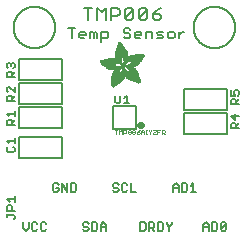
<source format=gbr>
G04 EAGLE Gerber RS-274X export*
G75*
%MOMM*%
%FSLAX34Y34*%
%LPD*%
%INSilkscreen Top*%
%IPPOS*%
%AMOC8*
5,1,8,0,0,1.08239X$1,22.5*%
G01*
%ADD10C,0.203200*%
%ADD11C,0.152400*%
%ADD12C,0.127000*%
%ADD13C,0.304800*%
%ADD14C,0.050800*%
%ADD15R,0.006300X0.050800*%
%ADD16R,0.006400X0.082600*%
%ADD17R,0.006300X0.120600*%
%ADD18R,0.006400X0.139700*%
%ADD19R,0.006300X0.158800*%
%ADD20R,0.006400X0.177800*%
%ADD21R,0.006300X0.196800*%
%ADD22R,0.006400X0.215900*%
%ADD23R,0.006300X0.228600*%
%ADD24R,0.006400X0.241300*%
%ADD25R,0.006300X0.254000*%
%ADD26R,0.006400X0.266700*%
%ADD27R,0.006300X0.279400*%
%ADD28R,0.006400X0.285700*%
%ADD29R,0.006300X0.298400*%
%ADD30R,0.006400X0.311200*%
%ADD31R,0.006300X0.317500*%
%ADD32R,0.006400X0.330200*%
%ADD33R,0.006300X0.336600*%
%ADD34R,0.006400X0.349200*%
%ADD35R,0.006300X0.361900*%
%ADD36R,0.006400X0.368300*%
%ADD37R,0.006300X0.381000*%
%ADD38R,0.006400X0.387300*%
%ADD39R,0.006300X0.393700*%
%ADD40R,0.006400X0.406400*%
%ADD41R,0.006300X0.412700*%
%ADD42R,0.006400X0.419100*%
%ADD43R,0.006300X0.431800*%
%ADD44R,0.006400X0.438100*%
%ADD45R,0.006300X0.450800*%
%ADD46R,0.006400X0.457200*%
%ADD47R,0.006300X0.463500*%
%ADD48R,0.006400X0.476200*%
%ADD49R,0.006300X0.482600*%
%ADD50R,0.006400X0.488900*%
%ADD51R,0.006300X0.501600*%
%ADD52R,0.006400X0.508000*%
%ADD53R,0.006300X0.514300*%
%ADD54R,0.006400X0.527000*%
%ADD55R,0.006300X0.533400*%
%ADD56R,0.006400X0.546100*%
%ADD57R,0.006300X0.552400*%
%ADD58R,0.006400X0.558800*%
%ADD59R,0.006300X0.571500*%
%ADD60R,0.006400X0.577800*%
%ADD61R,0.006300X0.584200*%
%ADD62R,0.006400X0.596900*%
%ADD63R,0.006300X0.603200*%
%ADD64R,0.006400X0.609600*%
%ADD65R,0.006300X0.622300*%
%ADD66R,0.006400X0.628600*%
%ADD67R,0.006300X0.641300*%
%ADD68R,0.006400X0.647700*%
%ADD69R,0.006300X0.063500*%
%ADD70R,0.006300X0.654000*%
%ADD71R,0.006400X0.101600*%
%ADD72R,0.006400X0.666700*%
%ADD73R,0.006300X0.139700*%
%ADD74R,0.006300X0.673100*%
%ADD75R,0.006400X0.165100*%
%ADD76R,0.006400X0.679400*%
%ADD77R,0.006300X0.196900*%
%ADD78R,0.006300X0.692100*%
%ADD79R,0.006400X0.222200*%
%ADD80R,0.006400X0.698500*%
%ADD81R,0.006300X0.247700*%
%ADD82R,0.006300X0.704800*%
%ADD83R,0.006400X0.279400*%
%ADD84R,0.006400X0.717500*%
%ADD85R,0.006300X0.298500*%
%ADD86R,0.006300X0.723900*%
%ADD87R,0.006400X0.736600*%
%ADD88R,0.006300X0.342900*%
%ADD89R,0.006300X0.742900*%
%ADD90R,0.006400X0.374700*%
%ADD91R,0.006400X0.749300*%
%ADD92R,0.006300X0.762000*%
%ADD93R,0.006400X0.412700*%
%ADD94R,0.006400X0.768300*%
%ADD95R,0.006300X0.438100*%
%ADD96R,0.006300X0.774700*%
%ADD97R,0.006400X0.463600*%
%ADD98R,0.006400X0.787400*%
%ADD99R,0.006300X0.793700*%
%ADD100R,0.006400X0.495300*%
%ADD101R,0.006400X0.800100*%
%ADD102R,0.006300X0.520700*%
%ADD103R,0.006300X0.812800*%
%ADD104R,0.006400X0.533400*%
%ADD105R,0.006400X0.819100*%
%ADD106R,0.006300X0.558800*%
%ADD107R,0.006300X0.825500*%
%ADD108R,0.006400X0.577900*%
%ADD109R,0.006400X0.831800*%
%ADD110R,0.006300X0.596900*%
%ADD111R,0.006300X0.844500*%
%ADD112R,0.006400X0.616000*%
%ADD113R,0.006400X0.850900*%
%ADD114R,0.006300X0.635000*%
%ADD115R,0.006300X0.857200*%
%ADD116R,0.006400X0.654100*%
%ADD117R,0.006400X0.863600*%
%ADD118R,0.006300X0.666700*%
%ADD119R,0.006300X0.869900*%
%ADD120R,0.006400X0.685800*%
%ADD121R,0.006400X0.876300*%
%ADD122R,0.006300X0.882600*%
%ADD123R,0.006400X0.723900*%
%ADD124R,0.006400X0.889000*%
%ADD125R,0.006300X0.895300*%
%ADD126R,0.006400X0.755700*%
%ADD127R,0.006400X0.901700*%
%ADD128R,0.006300X0.908000*%
%ADD129R,0.006400X0.793800*%
%ADD130R,0.006400X0.914400*%
%ADD131R,0.006300X0.806400*%
%ADD132R,0.006300X0.920700*%
%ADD133R,0.006400X0.825500*%
%ADD134R,0.006400X0.927100*%
%ADD135R,0.006300X0.933400*%
%ADD136R,0.006400X0.857300*%
%ADD137R,0.006400X0.939800*%
%ADD138R,0.006300X0.870000*%
%ADD139R,0.006300X0.939800*%
%ADD140R,0.006400X0.946100*%
%ADD141R,0.006300X0.952500*%
%ADD142R,0.006400X0.908000*%
%ADD143R,0.006400X0.958800*%
%ADD144R,0.006300X0.965200*%
%ADD145R,0.006400X0.965200*%
%ADD146R,0.006300X0.971500*%
%ADD147R,0.006400X0.952500*%
%ADD148R,0.006400X0.977900*%
%ADD149R,0.006300X0.958800*%
%ADD150R,0.006300X0.984200*%
%ADD151R,0.006400X0.971500*%
%ADD152R,0.006400X0.984200*%
%ADD153R,0.006300X0.990600*%
%ADD154R,0.006400X0.984300*%
%ADD155R,0.006400X0.996900*%
%ADD156R,0.006300X0.997000*%
%ADD157R,0.006300X0.996900*%
%ADD158R,0.006400X1.003300*%
%ADD159R,0.006300X1.016000*%
%ADD160R,0.006300X1.009600*%
%ADD161R,0.006400X1.016000*%
%ADD162R,0.006400X1.009600*%
%ADD163R,0.006300X1.022300*%
%ADD164R,0.006400X1.028700*%
%ADD165R,0.006300X1.035100*%
%ADD166R,0.006400X1.047800*%
%ADD167R,0.006300X1.054100*%
%ADD168R,0.006300X1.028700*%
%ADD169R,0.006400X1.054100*%
%ADD170R,0.006400X1.035000*%
%ADD171R,0.006300X1.060400*%
%ADD172R,0.006300X1.035000*%
%ADD173R,0.006400X1.060500*%
%ADD174R,0.006400X1.041400*%
%ADD175R,0.006300X1.066800*%
%ADD176R,0.006300X1.041400*%
%ADD177R,0.006400X1.079500*%
%ADD178R,0.006400X1.047700*%
%ADD179R,0.006300X1.085900*%
%ADD180R,0.006300X1.047700*%
%ADD181R,0.006400X1.085800*%
%ADD182R,0.006300X1.092200*%
%ADD183R,0.006400X1.085900*%
%ADD184R,0.006300X1.098600*%
%ADD185R,0.006400X1.098600*%
%ADD186R,0.006400X1.060400*%
%ADD187R,0.006300X1.104900*%
%ADD188R,0.006400X1.104900*%
%ADD189R,0.006400X1.066800*%
%ADD190R,0.006300X1.111200*%
%ADD191R,0.006400X1.117600*%
%ADD192R,0.006300X1.117600*%
%ADD193R,0.006300X1.073100*%
%ADD194R,0.006400X1.073100*%
%ADD195R,0.006300X1.124000*%
%ADD196R,0.006300X1.079500*%
%ADD197R,0.006400X1.123900*%
%ADD198R,0.006300X1.130300*%
%ADD199R,0.006400X1.130300*%
%ADD200R,0.006400X1.136700*%
%ADD201R,0.006300X1.136700*%
%ADD202R,0.006300X1.085800*%
%ADD203R,0.006400X1.136600*%
%ADD204R,0.006300X1.136600*%
%ADD205R,0.006400X1.143000*%
%ADD206R,0.006300X1.143000*%
%ADD207R,0.006300X1.149400*%
%ADD208R,0.006300X1.149300*%
%ADD209R,0.006400X1.149300*%
%ADD210R,0.006400X1.149400*%
%ADD211R,0.006400X1.155700*%
%ADD212R,0.006300X1.155700*%
%ADD213R,0.006300X1.060500*%
%ADD214R,0.006400X2.197100*%
%ADD215R,0.006300X2.197100*%
%ADD216R,0.006300X2.184400*%
%ADD217R,0.006400X2.184400*%
%ADD218R,0.006400X2.171700*%
%ADD219R,0.006300X2.171700*%
%ADD220R,0.006400X1.530300*%
%ADD221R,0.006300X1.505000*%
%ADD222R,0.006400X1.492300*%
%ADD223R,0.006300X1.485900*%
%ADD224R,0.006300X0.565200*%
%ADD225R,0.006400X1.473200*%
%ADD226R,0.006400X0.565200*%
%ADD227R,0.006300X1.460500*%
%ADD228R,0.006400X1.454100*%
%ADD229R,0.006400X0.552400*%
%ADD230R,0.006300X1.441500*%
%ADD231R,0.006300X0.546100*%
%ADD232R,0.006400X1.435100*%
%ADD233R,0.006400X0.539800*%
%ADD234R,0.006300X1.428800*%
%ADD235R,0.006400X1.422400*%
%ADD236R,0.006300X1.409700*%
%ADD237R,0.006300X0.527100*%
%ADD238R,0.006400X1.403300*%
%ADD239R,0.006400X0.527100*%
%ADD240R,0.006300X1.390700*%
%ADD241R,0.006400X1.384300*%
%ADD242R,0.006400X0.520700*%
%ADD243R,0.006300X1.384300*%
%ADD244R,0.006300X0.514400*%
%ADD245R,0.006400X1.371600*%
%ADD246R,0.006300X1.365200*%
%ADD247R,0.006300X0.508000*%
%ADD248R,0.006400X1.352600*%
%ADD249R,0.006400X0.501700*%
%ADD250R,0.006300X0.711200*%
%ADD251R,0.006300X0.603300*%
%ADD252R,0.006300X0.501700*%
%ADD253R,0.006400X0.692100*%
%ADD254R,0.006400X0.571500*%
%ADD255R,0.006300X0.679400*%
%ADD256R,0.006300X0.495300*%
%ADD257R,0.006400X0.673100*%
%ADD258R,0.006300X0.666800*%
%ADD259R,0.006300X0.488900*%
%ADD260R,0.006400X0.660400*%
%ADD261R,0.006400X0.482600*%
%ADD262R,0.006300X0.476200*%
%ADD263R,0.006400X0.654000*%
%ADD264R,0.006400X0.469900*%
%ADD265R,0.006400X0.476300*%
%ADD266R,0.006300X0.647700*%
%ADD267R,0.006300X0.457200*%
%ADD268R,0.006300X0.469900*%
%ADD269R,0.006400X0.641300*%
%ADD270R,0.006400X0.444500*%
%ADD271R,0.006300X0.463600*%
%ADD272R,0.006400X0.635000*%
%ADD273R,0.006400X0.463500*%
%ADD274R,0.006400X0.393700*%
%ADD275R,0.006400X0.450800*%
%ADD276R,0.006300X0.628600*%
%ADD277R,0.006300X0.387400*%
%ADD278R,0.006300X0.450900*%
%ADD279R,0.006400X0.628700*%
%ADD280R,0.006400X0.374600*%
%ADD281R,0.006300X0.368300*%
%ADD282R,0.006300X0.438200*%
%ADD283R,0.006400X0.622300*%
%ADD284R,0.006400X0.355600*%
%ADD285R,0.006400X0.431800*%
%ADD286R,0.006300X0.349300*%
%ADD287R,0.006300X0.425400*%
%ADD288R,0.006300X0.615900*%
%ADD289R,0.006300X0.330200*%
%ADD290R,0.006300X0.419100*%
%ADD291R,0.006300X0.616000*%
%ADD292R,0.006300X0.311200*%
%ADD293R,0.006300X0.406400*%
%ADD294R,0.006400X0.615900*%
%ADD295R,0.006400X0.304800*%
%ADD296R,0.006400X0.158800*%
%ADD297R,0.006300X0.609600*%
%ADD298R,0.006300X0.292100*%
%ADD299R,0.006300X0.235000*%
%ADD300R,0.006400X0.387400*%
%ADD301R,0.006400X0.292100*%
%ADD302R,0.006300X0.336500*%
%ADD303R,0.006300X0.260400*%
%ADD304R,0.006400X0.603300*%
%ADD305R,0.006400X0.260400*%
%ADD306R,0.006400X0.362000*%
%ADD307R,0.006400X0.450900*%
%ADD308R,0.006300X0.355600*%
%ADD309R,0.006400X0.342900*%
%ADD310R,0.006400X0.514300*%
%ADD311R,0.006300X0.234900*%
%ADD312R,0.006300X0.539700*%
%ADD313R,0.006400X0.603200*%
%ADD314R,0.006400X0.234900*%
%ADD315R,0.006400X0.920700*%
%ADD316R,0.006400X0.958900*%
%ADD317R,0.006300X0.215900*%
%ADD318R,0.006400X0.209600*%
%ADD319R,0.006300X0.203200*%
%ADD320R,0.006300X1.003300*%
%ADD321R,0.006400X0.203200*%
%ADD322R,0.006400X0.196900*%
%ADD323R,0.006300X0.190500*%
%ADD324R,0.006400X0.190500*%
%ADD325R,0.006300X0.184200*%
%ADD326R,0.006400X0.590500*%
%ADD327R,0.006400X0.184200*%
%ADD328R,0.006300X0.590500*%
%ADD329R,0.006300X0.177800*%
%ADD330R,0.006400X0.584200*%
%ADD331R,0.006400X1.168400*%
%ADD332R,0.006300X0.171500*%
%ADD333R,0.006300X1.187500*%
%ADD334R,0.006400X1.200100*%
%ADD335R,0.006300X0.577800*%
%ADD336R,0.006300X1.212900*%
%ADD337R,0.006400X1.231900*%
%ADD338R,0.006300X1.250900*%
%ADD339R,0.006400X0.565100*%
%ADD340R,0.006400X0.184100*%
%ADD341R,0.006400X1.263700*%
%ADD342R,0.006300X0.565100*%
%ADD343R,0.006300X1.289100*%
%ADD344R,0.006400X1.314400*%
%ADD345R,0.006300X0.552500*%
%ADD346R,0.006300X1.568500*%
%ADD347R,0.006400X0.552500*%
%ADD348R,0.006400X1.581200*%
%ADD349R,0.006300X1.593800*%
%ADD350R,0.006400X1.606500*%
%ADD351R,0.006300X1.619300*%
%ADD352R,0.006400X0.514400*%
%ADD353R,0.006400X1.638300*%
%ADD354R,0.006300X1.657300*%
%ADD355R,0.006400X2.209800*%
%ADD356R,0.006300X2.425700*%
%ADD357R,0.006400X2.470100*%
%ADD358R,0.006300X2.501900*%
%ADD359R,0.006400X2.533700*%
%ADD360R,0.006300X2.559000*%
%ADD361R,0.006400X2.584500*%
%ADD362R,0.006300X2.609900*%
%ADD363R,0.006400X2.628900*%
%ADD364R,0.006300X2.660600*%
%ADD365R,0.006400X2.673400*%
%ADD366R,0.006300X1.422400*%
%ADD367R,0.006300X1.200200*%
%ADD368R,0.006300X1.365300*%
%ADD369R,0.006400X1.365300*%
%ADD370R,0.006300X1.352500*%
%ADD371R,0.006300X1.098500*%
%ADD372R,0.006400X1.358900*%
%ADD373R,0.006300X1.352600*%
%ADD374R,0.006300X1.358900*%
%ADD375R,0.006300X1.371600*%
%ADD376R,0.006400X1.377900*%
%ADD377R,0.006400X1.397000*%
%ADD378R,0.006300X1.403300*%
%ADD379R,0.006300X0.914400*%
%ADD380R,0.006300X0.876300*%
%ADD381R,0.006300X0.374600*%
%ADD382R,0.006400X1.073200*%
%ADD383R,0.006300X0.374700*%
%ADD384R,0.006400X0.844600*%
%ADD385R,0.006300X0.844600*%
%ADD386R,0.006400X0.831900*%
%ADD387R,0.006400X1.092200*%
%ADD388R,0.006300X0.400000*%
%ADD389R,0.006400X0.819200*%
%ADD390R,0.006400X1.111300*%
%ADD391R,0.006400X0.812800*%
%ADD392R,0.006300X0.800100*%
%ADD393R,0.006300X0.476300*%
%ADD394R,0.006300X1.181100*%
%ADD395R,0.006400X0.501600*%
%ADD396R,0.006400X1.193800*%
%ADD397R,0.006400X0.781000*%
%ADD398R,0.006400X1.238200*%
%ADD399R,0.006300X0.781100*%
%ADD400R,0.006300X1.257300*%
%ADD401R,0.006400X1.295400*%
%ADD402R,0.006300X1.333500*%
%ADD403R,0.006400X0.774700*%
%ADD404R,0.006400X1.866900*%
%ADD405R,0.006300X0.209600*%
%ADD406R,0.006300X1.866900*%
%ADD407R,0.006400X0.768400*%
%ADD408R,0.006400X0.209500*%
%ADD409R,0.006400X1.860600*%
%ADD410R,0.006400X0.762000*%
%ADD411R,0.006300X0.768400*%
%ADD412R,0.006300X1.860600*%
%ADD413R,0.006400X1.860500*%
%ADD414R,0.006300X0.222300*%
%ADD415R,0.006300X1.854200*%
%ADD416R,0.006400X0.235000*%
%ADD417R,0.006400X1.854200*%
%ADD418R,0.006300X0.768300*%
%ADD419R,0.006400X0.260300*%
%ADD420R,0.006400X1.847800*%
%ADD421R,0.006300X0.266700*%
%ADD422R,0.006300X1.847800*%
%ADD423R,0.006400X0.273100*%
%ADD424R,0.006400X1.841500*%
%ADD425R,0.006300X0.285800*%
%ADD426R,0.006300X1.841500*%
%ADD427R,0.006400X0.298500*%
%ADD428R,0.006400X1.835100*%
%ADD429R,0.006300X0.781000*%
%ADD430R,0.006300X0.304800*%
%ADD431R,0.006300X1.835100*%
%ADD432R,0.006400X0.317500*%
%ADD433R,0.006400X1.828800*%
%ADD434R,0.006300X0.787400*%
%ADD435R,0.006300X0.323800*%
%ADD436R,0.006300X1.828800*%
%ADD437R,0.006400X0.793700*%
%ADD438R,0.006400X1.822400*%
%ADD439R,0.006300X0.806500*%
%ADD440R,0.006300X1.822400*%
%ADD441R,0.006400X1.816100*%
%ADD442R,0.006300X0.819100*%
%ADD443R,0.006300X0.387300*%
%ADD444R,0.006300X1.816100*%
%ADD445R,0.006400X1.809800*%
%ADD446R,0.006300X1.803400*%
%ADD447R,0.006400X1.797000*%
%ADD448R,0.006300X0.901700*%
%ADD449R,0.006300X1.797000*%
%ADD450R,0.006400X1.441400*%
%ADD451R,0.006400X1.790700*%
%ADD452R,0.006300X1.447800*%
%ADD453R,0.006300X1.784300*%
%ADD454R,0.006400X1.447800*%
%ADD455R,0.006400X1.784300*%
%ADD456R,0.006300X1.454100*%
%ADD457R,0.006300X1.771700*%
%ADD458R,0.006400X1.460500*%
%ADD459R,0.006400X1.759000*%
%ADD460R,0.006300X1.466800*%
%ADD461R,0.006300X1.752600*%
%ADD462R,0.006400X1.466800*%
%ADD463R,0.006400X1.739900*%
%ADD464R,0.006300X1.473200*%
%ADD465R,0.006300X1.727200*%
%ADD466R,0.006400X1.479500*%
%ADD467R,0.006400X1.714500*%
%ADD468R,0.006300X1.695400*%
%ADD469R,0.006400X1.485900*%
%ADD470R,0.006400X1.682700*%
%ADD471R,0.006300X1.492200*%
%ADD472R,0.006300X1.663700*%
%ADD473R,0.006400X1.498600*%
%ADD474R,0.006400X1.644600*%
%ADD475R,0.006300X1.498600*%
%ADD476R,0.006300X1.619200*%
%ADD477R,0.006400X1.511300*%
%ADD478R,0.006400X1.600200*%
%ADD479R,0.006300X1.517700*%
%ADD480R,0.006300X1.574800*%
%ADD481R,0.006400X1.524000*%
%ADD482R,0.006400X1.555800*%
%ADD483R,0.006300X1.524000*%
%ADD484R,0.006300X1.536700*%
%ADD485R,0.006400X1.530400*%
%ADD486R,0.006400X1.517700*%
%ADD487R,0.006300X1.492300*%
%ADD488R,0.006400X1.549400*%
%ADD489R,0.006400X1.479600*%
%ADD490R,0.006300X1.549400*%
%ADD491R,0.006400X1.555700*%
%ADD492R,0.006300X1.562100*%
%ADD493R,0.006300X0.323900*%
%ADD494R,0.006400X1.568400*%
%ADD495R,0.006400X0.336600*%
%ADD496R,0.006300X1.587500*%
%ADD497R,0.006300X0.971600*%
%ADD498R,0.006400X0.349300*%
%ADD499R,0.006300X1.600200*%
%ADD500R,0.006300X0.920800*%
%ADD501R,0.006400X0.882700*%
%ADD502R,0.006300X1.612900*%
%ADD503R,0.006300X0.362000*%
%ADD504R,0.006400X1.625600*%
%ADD505R,0.006300X1.625600*%
%ADD506R,0.006300X1.644600*%
%ADD507R,0.006300X0.736600*%
%ADD508R,0.006400X0.717600*%
%ADD509R,0.006300X1.657400*%
%ADD510R,0.006300X0.679500*%
%ADD511R,0.006400X1.663700*%
%ADD512R,0.006400X0.400000*%
%ADD513R,0.006300X1.676400*%
%ADD514R,0.006400X1.676400*%
%ADD515R,0.006400X0.425500*%
%ADD516R,0.006400X1.352500*%
%ADD517R,0.006300X0.444500*%
%ADD518R,0.006400X0.361900*%
%ADD519R,0.006300X0.088900*%
%ADD520R,0.006300X1.009700*%
%ADD521R,0.006400X1.009700*%
%ADD522R,0.006400X1.022300*%
%ADD523R,0.006400X1.346200*%
%ADD524R,0.006300X1.346200*%
%ADD525R,0.006400X1.339900*%
%ADD526R,0.006400X1.035100*%
%ADD527R,0.006300X1.339800*%
%ADD528R,0.006400X1.333500*%
%ADD529R,0.006400X1.327200*%
%ADD530R,0.006300X1.320800*%
%ADD531R,0.006400X1.314500*%
%ADD532R,0.006300X1.314400*%
%ADD533R,0.006400X1.301700*%
%ADD534R,0.006300X1.295400*%
%ADD535R,0.006400X1.289000*%
%ADD536R,0.006300X1.276300*%
%ADD537R,0.006300X1.251000*%
%ADD538R,0.006400X1.244600*%
%ADD539R,0.006300X1.231900*%
%ADD540R,0.006400X1.212800*%
%ADD541R,0.006300X1.200100*%
%ADD542R,0.006400X1.187400*%
%ADD543R,0.006300X1.168400*%
%ADD544R,0.006300X1.047800*%
%ADD545R,0.006300X0.977900*%
%ADD546R,0.006400X0.946200*%
%ADD547R,0.006400X0.933400*%
%ADD548R,0.006400X0.895300*%
%ADD549R,0.006300X0.882700*%
%ADD550R,0.006300X0.863600*%
%ADD551R,0.006400X0.857200*%
%ADD552R,0.006300X0.850900*%
%ADD553R,0.006300X0.838200*%
%ADD554R,0.006400X0.806500*%
%ADD555R,0.006300X0.717600*%
%ADD556R,0.006400X0.711200*%
%ADD557R,0.006400X0.641400*%
%ADD558R,0.006300X0.641400*%
%ADD559R,0.006300X0.628700*%
%ADD560R,0.006300X0.590600*%
%ADD561R,0.006400X0.539700*%
%ADD562R,0.006300X0.285700*%
%ADD563R,0.006300X0.222200*%
%ADD564R,0.006300X0.171400*%
%ADD565R,0.006400X0.152400*%
%ADD566R,0.006300X0.133400*%


D10*
X45215Y135636D02*
X45215Y146313D01*
X41656Y146313D02*
X48774Y146313D01*
X53350Y146313D02*
X53350Y135636D01*
X56909Y142754D02*
X53350Y146313D01*
X56909Y142754D02*
X60468Y146313D01*
X60468Y135636D01*
X65044Y135636D02*
X65044Y146313D01*
X70383Y146313D01*
X72162Y144534D01*
X72162Y140975D01*
X70383Y139195D01*
X65044Y139195D01*
X76738Y137416D02*
X76738Y144534D01*
X78517Y146313D01*
X82076Y146313D01*
X83856Y144534D01*
X83856Y137416D01*
X82076Y135636D01*
X78517Y135636D01*
X76738Y137416D01*
X83856Y144534D01*
X88432Y144534D02*
X88432Y137416D01*
X88432Y144534D02*
X90211Y146313D01*
X93770Y146313D01*
X95550Y144534D01*
X95550Y137416D01*
X93770Y135636D01*
X90211Y135636D01*
X88432Y137416D01*
X95550Y144534D01*
X103685Y144534D02*
X107244Y146313D01*
X103685Y144534D02*
X100126Y140975D01*
X100126Y137416D01*
X101905Y135636D01*
X105464Y135636D01*
X107244Y137416D01*
X107244Y139195D01*
X105464Y140975D01*
X100126Y140975D01*
D11*
X31583Y128785D02*
X31583Y120142D01*
X28702Y128785D02*
X34464Y128785D01*
X39498Y120142D02*
X42379Y120142D01*
X39498Y120142D02*
X38057Y121583D01*
X38057Y124464D01*
X39498Y125904D01*
X42379Y125904D01*
X43819Y124464D01*
X43819Y123023D01*
X38057Y123023D01*
X47412Y120142D02*
X47412Y125904D01*
X48853Y125904D01*
X50294Y124464D01*
X50294Y120142D01*
X50294Y124464D02*
X51734Y125904D01*
X53175Y124464D01*
X53175Y120142D01*
X56768Y117261D02*
X56768Y125904D01*
X61089Y125904D01*
X62530Y124464D01*
X62530Y121583D01*
X61089Y120142D01*
X56768Y120142D01*
X79800Y128785D02*
X81240Y127345D01*
X79800Y128785D02*
X76919Y128785D01*
X75478Y127345D01*
X75478Y125904D01*
X76919Y124464D01*
X79800Y124464D01*
X81240Y123023D01*
X81240Y121583D01*
X79800Y120142D01*
X76919Y120142D01*
X75478Y121583D01*
X86274Y120142D02*
X89155Y120142D01*
X86274Y120142D02*
X84833Y121583D01*
X84833Y124464D01*
X86274Y125904D01*
X89155Y125904D01*
X90595Y124464D01*
X90595Y123023D01*
X84833Y123023D01*
X94188Y120142D02*
X94188Y125904D01*
X98510Y125904D01*
X99951Y124464D01*
X99951Y120142D01*
X103544Y120142D02*
X107865Y120142D01*
X109306Y121583D01*
X107865Y123023D01*
X104984Y123023D01*
X103544Y124464D01*
X104984Y125904D01*
X109306Y125904D01*
X114339Y120142D02*
X117220Y120142D01*
X118661Y121583D01*
X118661Y124464D01*
X117220Y125904D01*
X114339Y125904D01*
X112899Y124464D01*
X112899Y121583D01*
X114339Y120142D01*
X122254Y120142D02*
X122254Y125904D01*
X122254Y123023D02*
X125135Y125904D01*
X126576Y125904D01*
D12*
X-9525Y-35681D02*
X-9525Y-40257D01*
X-7237Y-42545D01*
X-4949Y-40257D01*
X-4949Y-35681D01*
X1391Y-35681D02*
X2535Y-36825D01*
X1391Y-35681D02*
X-897Y-35681D01*
X-2041Y-36825D01*
X-2041Y-41401D01*
X-897Y-42545D01*
X1391Y-42545D01*
X2535Y-41401D01*
X8875Y-35681D02*
X10019Y-36825D01*
X8875Y-35681D02*
X6587Y-35681D01*
X5443Y-36825D01*
X5443Y-41401D01*
X6587Y-42545D01*
X8875Y-42545D01*
X10019Y-41401D01*
X20451Y-3805D02*
X19307Y-2661D01*
X17019Y-2661D01*
X15875Y-3805D01*
X15875Y-8381D01*
X17019Y-9525D01*
X19307Y-9525D01*
X20451Y-8381D01*
X20451Y-6093D01*
X18163Y-6093D01*
X23359Y-9525D02*
X23359Y-2661D01*
X27935Y-9525D01*
X27935Y-2661D01*
X30843Y-2661D02*
X30843Y-9525D01*
X34275Y-9525D01*
X35419Y-8381D01*
X35419Y-3805D01*
X34275Y-2661D01*
X30843Y-2661D01*
X89535Y-35681D02*
X89535Y-42545D01*
X92967Y-42545D01*
X94111Y-41401D01*
X94111Y-36825D01*
X92967Y-35681D01*
X89535Y-35681D01*
X97019Y-35681D02*
X97019Y-42545D01*
X97019Y-35681D02*
X100451Y-35681D01*
X101595Y-36825D01*
X101595Y-39113D01*
X100451Y-40257D01*
X97019Y-40257D01*
X99307Y-40257D02*
X101595Y-42545D01*
X104503Y-42545D02*
X104503Y-35681D01*
X104503Y-42545D02*
X107935Y-42545D01*
X109079Y-41401D01*
X109079Y-36825D01*
X107935Y-35681D01*
X104503Y-35681D01*
X111987Y-35681D02*
X111987Y-36825D01*
X114275Y-39113D01*
X116563Y-36825D01*
X116563Y-35681D01*
X114275Y-39113D02*
X114275Y-42545D01*
X117475Y-9525D02*
X117475Y-4949D01*
X119763Y-2661D01*
X122051Y-4949D01*
X122051Y-9525D01*
X122051Y-6093D02*
X117475Y-6093D01*
X124959Y-2661D02*
X124959Y-9525D01*
X128391Y-9525D01*
X129535Y-8381D01*
X129535Y-3805D01*
X128391Y-2661D01*
X124959Y-2661D01*
X132443Y-4949D02*
X134731Y-2661D01*
X134731Y-9525D01*
X132443Y-9525D02*
X137019Y-9525D01*
X142875Y-37969D02*
X142875Y-42545D01*
X142875Y-37969D02*
X145163Y-35681D01*
X147451Y-37969D01*
X147451Y-42545D01*
X147451Y-39113D02*
X142875Y-39113D01*
X150359Y-35681D02*
X150359Y-42545D01*
X153791Y-42545D01*
X154935Y-41401D01*
X154935Y-36825D01*
X153791Y-35681D01*
X150359Y-35681D01*
X157843Y-36825D02*
X157843Y-41401D01*
X157843Y-36825D02*
X158987Y-35681D01*
X161275Y-35681D01*
X162419Y-36825D01*
X162419Y-41401D01*
X161275Y-42545D01*
X158987Y-42545D01*
X157843Y-41401D01*
X162419Y-36825D01*
X45851Y-36825D02*
X44707Y-35681D01*
X42419Y-35681D01*
X41275Y-36825D01*
X41275Y-37969D01*
X42419Y-39113D01*
X44707Y-39113D01*
X45851Y-40257D01*
X45851Y-41401D01*
X44707Y-42545D01*
X42419Y-42545D01*
X41275Y-41401D01*
X48759Y-42545D02*
X48759Y-35681D01*
X48759Y-42545D02*
X52191Y-42545D01*
X53335Y-41401D01*
X53335Y-36825D01*
X52191Y-35681D01*
X48759Y-35681D01*
X56243Y-37969D02*
X56243Y-42545D01*
X56243Y-37969D02*
X58531Y-35681D01*
X60819Y-37969D01*
X60819Y-42545D01*
X60819Y-39113D02*
X56243Y-39113D01*
X71251Y-3805D02*
X70107Y-2661D01*
X67819Y-2661D01*
X66675Y-3805D01*
X66675Y-4949D01*
X67819Y-6093D01*
X70107Y-6093D01*
X71251Y-7237D01*
X71251Y-8381D01*
X70107Y-9525D01*
X67819Y-9525D01*
X66675Y-8381D01*
X77591Y-2661D02*
X78735Y-3805D01*
X77591Y-2661D02*
X75303Y-2661D01*
X74159Y-3805D01*
X74159Y-8381D01*
X75303Y-9525D01*
X77591Y-9525D01*
X78735Y-8381D01*
X81643Y-9525D02*
X81643Y-2661D01*
X81643Y-9525D02*
X86219Y-9525D01*
X85700Y62840D02*
X66700Y62840D01*
X85700Y62840D02*
X85700Y43840D01*
X66700Y43840D01*
X66700Y62840D01*
D13*
X88786Y46340D02*
X88788Y46415D01*
X88794Y46489D01*
X88804Y46563D01*
X88817Y46636D01*
X88835Y46709D01*
X88856Y46780D01*
X88881Y46851D01*
X88910Y46920D01*
X88943Y46987D01*
X88979Y47052D01*
X89018Y47116D01*
X89060Y47177D01*
X89106Y47236D01*
X89155Y47293D01*
X89207Y47346D01*
X89261Y47397D01*
X89318Y47446D01*
X89378Y47490D01*
X89440Y47532D01*
X89504Y47571D01*
X89570Y47606D01*
X89637Y47637D01*
X89707Y47665D01*
X89777Y47689D01*
X89849Y47710D01*
X89922Y47726D01*
X89995Y47739D01*
X90070Y47748D01*
X90144Y47753D01*
X90219Y47754D01*
X90293Y47751D01*
X90368Y47744D01*
X90441Y47733D01*
X90515Y47719D01*
X90587Y47700D01*
X90658Y47678D01*
X90728Y47652D01*
X90797Y47622D01*
X90863Y47589D01*
X90928Y47552D01*
X90991Y47512D01*
X91052Y47468D01*
X91110Y47422D01*
X91166Y47372D01*
X91219Y47320D01*
X91270Y47265D01*
X91317Y47207D01*
X91361Y47147D01*
X91402Y47084D01*
X91440Y47020D01*
X91474Y46954D01*
X91505Y46885D01*
X91532Y46816D01*
X91555Y46745D01*
X91574Y46673D01*
X91590Y46600D01*
X91602Y46526D01*
X91610Y46452D01*
X91614Y46377D01*
X91614Y46303D01*
X91610Y46228D01*
X91602Y46154D01*
X91590Y46080D01*
X91574Y46007D01*
X91555Y45935D01*
X91532Y45864D01*
X91505Y45795D01*
X91474Y45726D01*
X91440Y45660D01*
X91402Y45596D01*
X91361Y45533D01*
X91317Y45473D01*
X91270Y45415D01*
X91219Y45360D01*
X91166Y45308D01*
X91110Y45258D01*
X91052Y45212D01*
X90991Y45168D01*
X90928Y45128D01*
X90863Y45091D01*
X90797Y45058D01*
X90728Y45028D01*
X90658Y45002D01*
X90587Y44980D01*
X90515Y44961D01*
X90441Y44947D01*
X90368Y44936D01*
X90293Y44929D01*
X90219Y44926D01*
X90144Y44927D01*
X90070Y44932D01*
X89995Y44941D01*
X89922Y44954D01*
X89849Y44970D01*
X89777Y44991D01*
X89707Y45015D01*
X89637Y45043D01*
X89570Y45074D01*
X89504Y45109D01*
X89440Y45148D01*
X89378Y45190D01*
X89318Y45234D01*
X89261Y45283D01*
X89207Y45334D01*
X89155Y45387D01*
X89106Y45444D01*
X89060Y45503D01*
X89018Y45564D01*
X88979Y45628D01*
X88943Y45693D01*
X88910Y45760D01*
X88881Y45829D01*
X88856Y45900D01*
X88835Y45971D01*
X88817Y46044D01*
X88804Y46117D01*
X88794Y46191D01*
X88788Y46265D01*
X88786Y46340D01*
D11*
X68462Y66204D02*
X68462Y71712D01*
X68462Y66204D02*
X69564Y65102D01*
X71767Y65102D01*
X72868Y66204D01*
X72868Y71712D01*
X75946Y69508D02*
X78149Y71712D01*
X78149Y65102D01*
X75946Y65102D02*
X80353Y65102D01*
D14*
X69140Y42653D02*
X69140Y39094D01*
X67954Y42653D02*
X70327Y42653D01*
X71696Y42653D02*
X71696Y39094D01*
X72882Y41467D02*
X71696Y42653D01*
X72882Y41467D02*
X74069Y42653D01*
X74069Y39094D01*
X75438Y39094D02*
X75438Y42653D01*
X77218Y42653D01*
X77811Y42060D01*
X77811Y40874D01*
X77218Y40280D01*
X75438Y40280D01*
X79180Y39687D02*
X79180Y42060D01*
X79773Y42653D01*
X80960Y42653D01*
X81553Y42060D01*
X81553Y39687D01*
X80960Y39094D01*
X79773Y39094D01*
X79180Y39687D01*
X81553Y42060D01*
X82922Y42060D02*
X82922Y39687D01*
X82922Y42060D02*
X83515Y42653D01*
X84702Y42653D01*
X85295Y42060D01*
X85295Y39687D01*
X84702Y39094D01*
X83515Y39094D01*
X82922Y39687D01*
X85295Y42060D01*
X87851Y42060D02*
X89037Y42653D01*
X87851Y42060D02*
X86664Y40874D01*
X86664Y39687D01*
X87257Y39094D01*
X88444Y39094D01*
X89037Y39687D01*
X89037Y40280D01*
X88444Y40874D01*
X86664Y40874D01*
X90406Y41467D02*
X90406Y39094D01*
X90406Y41467D02*
X91593Y42653D01*
X92779Y41467D01*
X92779Y39094D01*
X92779Y40874D02*
X90406Y40874D01*
X94148Y39094D02*
X95335Y39094D01*
X94742Y39094D02*
X94742Y42653D01*
X95335Y42653D02*
X94148Y42653D01*
X96643Y42653D02*
X96643Y42060D01*
X97830Y40874D01*
X99016Y42060D01*
X99016Y42653D01*
X97830Y40874D02*
X97830Y39094D01*
X100385Y42653D02*
X102758Y42653D01*
X102758Y42060D01*
X100385Y39687D01*
X100385Y39094D01*
X102758Y39094D01*
X104127Y39094D02*
X104127Y42653D01*
X106500Y42653D01*
X105314Y40874D02*
X104127Y40874D01*
X107869Y39094D02*
X107869Y42653D01*
X109649Y42653D01*
X110242Y42060D01*
X110242Y40874D01*
X109649Y40280D01*
X107869Y40280D01*
X109056Y40280D02*
X110242Y39094D01*
D10*
X-12920Y44340D02*
X-12920Y62340D01*
X23080Y62340D01*
X23080Y44340D01*
X-12920Y44340D01*
D11*
X-16764Y46754D02*
X-23374Y46754D01*
X-23374Y50059D01*
X-22272Y51160D01*
X-20069Y51160D01*
X-18967Y50059D01*
X-18967Y46754D01*
X-18967Y48957D02*
X-16764Y51160D01*
X-21170Y54238D02*
X-23374Y56441D01*
X-16764Y56441D01*
X-16764Y54238D02*
X-16764Y58644D01*
D10*
X-12920Y64660D02*
X-12920Y82660D01*
X23080Y82660D01*
X23080Y64660D01*
X-12920Y64660D01*
D11*
X-16764Y67074D02*
X-23374Y67074D01*
X-23374Y70379D01*
X-22272Y71480D01*
X-20069Y71480D01*
X-18967Y70379D01*
X-18967Y67074D01*
X-18967Y69277D02*
X-16764Y71480D01*
X-16764Y74558D02*
X-16764Y78964D01*
X-16764Y74558D02*
X-21170Y78964D01*
X-22272Y78964D01*
X-23374Y77863D01*
X-23374Y75659D01*
X-22272Y74558D01*
D10*
X-12920Y84980D02*
X-12920Y102980D01*
X23080Y102980D01*
X23080Y84980D01*
X-12920Y84980D01*
D11*
X-16764Y87394D02*
X-23374Y87394D01*
X-23374Y90699D01*
X-22272Y91800D01*
X-20069Y91800D01*
X-18967Y90699D01*
X-18967Y87394D01*
X-18967Y89597D02*
X-16764Y91800D01*
X-22272Y94878D02*
X-23374Y95979D01*
X-23374Y98183D01*
X-22272Y99284D01*
X-21170Y99284D01*
X-20069Y98183D01*
X-20069Y97081D01*
X-20069Y98183D02*
X-18967Y99284D01*
X-17866Y99284D01*
X-16764Y98183D01*
X-16764Y95979D01*
X-17866Y94878D01*
D10*
X-12920Y36940D02*
X-12920Y18940D01*
X-12920Y36940D02*
X23080Y36940D01*
X23080Y18940D01*
X-12920Y18940D01*
D11*
X-22272Y28300D02*
X-23374Y27199D01*
X-23374Y24995D01*
X-22272Y23894D01*
X-17866Y23894D01*
X-16764Y24995D01*
X-16764Y27199D01*
X-17866Y28300D01*
X-21170Y31378D02*
X-23374Y33581D01*
X-16764Y33581D01*
X-16764Y31378D02*
X-16764Y35784D01*
X-16510Y-31918D02*
X-17612Y-33020D01*
X-16510Y-31918D02*
X-16510Y-30817D01*
X-17612Y-29715D01*
X-23120Y-29715D01*
X-23120Y-28614D02*
X-23120Y-30817D01*
X-23120Y-25536D02*
X-16510Y-25536D01*
X-23120Y-25536D02*
X-23120Y-22231D01*
X-22018Y-21129D01*
X-19815Y-21129D01*
X-18713Y-22231D01*
X-18713Y-25536D01*
X-20916Y-18052D02*
X-23120Y-15849D01*
X-16510Y-15849D01*
X-16510Y-18052D02*
X-16510Y-13645D01*
D10*
X162780Y39260D02*
X162780Y57260D01*
X162780Y39260D02*
X126780Y39260D01*
X126780Y57260D01*
X162780Y57260D01*
D11*
X166618Y43942D02*
X173228Y43942D01*
X166618Y43942D02*
X166618Y47247D01*
X167720Y48348D01*
X169923Y48348D01*
X171025Y47247D01*
X171025Y43942D01*
X171025Y46145D02*
X173228Y48348D01*
X173228Y54731D02*
X166618Y54731D01*
X169923Y51426D01*
X169923Y55833D01*
D10*
X162780Y59580D02*
X162780Y77580D01*
X162780Y59580D02*
X126780Y59580D01*
X126780Y77580D01*
X162780Y77580D01*
D11*
X166618Y64262D02*
X173228Y64262D01*
X166618Y64262D02*
X166618Y67567D01*
X167720Y68668D01*
X169923Y68668D01*
X171025Y67567D01*
X171025Y64262D01*
X171025Y66465D02*
X173228Y68668D01*
X166618Y71746D02*
X166618Y76153D01*
X166618Y71746D02*
X169923Y71746D01*
X168822Y73949D01*
X168822Y75051D01*
X169923Y76153D01*
X172126Y76153D01*
X173228Y75051D01*
X173228Y72848D01*
X172126Y71746D01*
D10*
X134900Y129540D02*
X134905Y129969D01*
X134921Y130399D01*
X134947Y130827D01*
X134984Y131255D01*
X135032Y131682D01*
X135089Y132108D01*
X135158Y132532D01*
X135236Y132954D01*
X135325Y133374D01*
X135424Y133792D01*
X135534Y134207D01*
X135654Y134620D01*
X135783Y135029D01*
X135923Y135436D01*
X136073Y135838D01*
X136232Y136237D01*
X136401Y136632D01*
X136580Y137022D01*
X136769Y137408D01*
X136966Y137789D01*
X137173Y138166D01*
X137390Y138537D01*
X137615Y138902D01*
X137849Y139262D01*
X138092Y139617D01*
X138344Y139965D01*
X138604Y140307D01*
X138872Y140642D01*
X139149Y140971D01*
X139433Y141292D01*
X139726Y141607D01*
X140026Y141914D01*
X140333Y142214D01*
X140648Y142507D01*
X140969Y142791D01*
X141298Y143068D01*
X141633Y143336D01*
X141975Y143596D01*
X142323Y143848D01*
X142678Y144091D01*
X143038Y144325D01*
X143403Y144550D01*
X143774Y144767D01*
X144151Y144974D01*
X144532Y145171D01*
X144918Y145360D01*
X145308Y145539D01*
X145703Y145708D01*
X146102Y145867D01*
X146504Y146017D01*
X146911Y146157D01*
X147320Y146286D01*
X147733Y146406D01*
X148148Y146516D01*
X148566Y146615D01*
X148986Y146704D01*
X149408Y146782D01*
X149832Y146851D01*
X150258Y146908D01*
X150685Y146956D01*
X151113Y146993D01*
X151541Y147019D01*
X151971Y147035D01*
X152400Y147040D01*
X152829Y147035D01*
X153259Y147019D01*
X153687Y146993D01*
X154115Y146956D01*
X154542Y146908D01*
X154968Y146851D01*
X155392Y146782D01*
X155814Y146704D01*
X156234Y146615D01*
X156652Y146516D01*
X157067Y146406D01*
X157480Y146286D01*
X157889Y146157D01*
X158296Y146017D01*
X158698Y145867D01*
X159097Y145708D01*
X159492Y145539D01*
X159882Y145360D01*
X160268Y145171D01*
X160649Y144974D01*
X161026Y144767D01*
X161397Y144550D01*
X161762Y144325D01*
X162122Y144091D01*
X162477Y143848D01*
X162825Y143596D01*
X163167Y143336D01*
X163502Y143068D01*
X163831Y142791D01*
X164152Y142507D01*
X164467Y142214D01*
X164774Y141914D01*
X165074Y141607D01*
X165367Y141292D01*
X165651Y140971D01*
X165928Y140642D01*
X166196Y140307D01*
X166456Y139965D01*
X166708Y139617D01*
X166951Y139262D01*
X167185Y138902D01*
X167410Y138537D01*
X167627Y138166D01*
X167834Y137789D01*
X168031Y137408D01*
X168220Y137022D01*
X168399Y136632D01*
X168568Y136237D01*
X168727Y135838D01*
X168877Y135436D01*
X169017Y135029D01*
X169146Y134620D01*
X169266Y134207D01*
X169376Y133792D01*
X169475Y133374D01*
X169564Y132954D01*
X169642Y132532D01*
X169711Y132108D01*
X169768Y131682D01*
X169816Y131255D01*
X169853Y130827D01*
X169879Y130399D01*
X169895Y129969D01*
X169900Y129540D01*
X169895Y129111D01*
X169879Y128681D01*
X169853Y128253D01*
X169816Y127825D01*
X169768Y127398D01*
X169711Y126972D01*
X169642Y126548D01*
X169564Y126126D01*
X169475Y125706D01*
X169376Y125288D01*
X169266Y124873D01*
X169146Y124460D01*
X169017Y124051D01*
X168877Y123644D01*
X168727Y123242D01*
X168568Y122843D01*
X168399Y122448D01*
X168220Y122058D01*
X168031Y121672D01*
X167834Y121291D01*
X167627Y120914D01*
X167410Y120543D01*
X167185Y120178D01*
X166951Y119818D01*
X166708Y119463D01*
X166456Y119115D01*
X166196Y118773D01*
X165928Y118438D01*
X165651Y118109D01*
X165367Y117788D01*
X165074Y117473D01*
X164774Y117166D01*
X164467Y116866D01*
X164152Y116573D01*
X163831Y116289D01*
X163502Y116012D01*
X163167Y115744D01*
X162825Y115484D01*
X162477Y115232D01*
X162122Y114989D01*
X161762Y114755D01*
X161397Y114530D01*
X161026Y114313D01*
X160649Y114106D01*
X160268Y113909D01*
X159882Y113720D01*
X159492Y113541D01*
X159097Y113372D01*
X158698Y113213D01*
X158296Y113063D01*
X157889Y112923D01*
X157480Y112794D01*
X157067Y112674D01*
X156652Y112564D01*
X156234Y112465D01*
X155814Y112376D01*
X155392Y112298D01*
X154968Y112229D01*
X154542Y112172D01*
X154115Y112124D01*
X153687Y112087D01*
X153259Y112061D01*
X152829Y112045D01*
X152400Y112040D01*
X151971Y112045D01*
X151541Y112061D01*
X151113Y112087D01*
X150685Y112124D01*
X150258Y112172D01*
X149832Y112229D01*
X149408Y112298D01*
X148986Y112376D01*
X148566Y112465D01*
X148148Y112564D01*
X147733Y112674D01*
X147320Y112794D01*
X146911Y112923D01*
X146504Y113063D01*
X146102Y113213D01*
X145703Y113372D01*
X145308Y113541D01*
X144918Y113720D01*
X144532Y113909D01*
X144151Y114106D01*
X143774Y114313D01*
X143403Y114530D01*
X143038Y114755D01*
X142678Y114989D01*
X142323Y115232D01*
X141975Y115484D01*
X141633Y115744D01*
X141298Y116012D01*
X140969Y116289D01*
X140648Y116573D01*
X140333Y116866D01*
X140026Y117166D01*
X139726Y117473D01*
X139433Y117788D01*
X139149Y118109D01*
X138872Y118438D01*
X138604Y118773D01*
X138344Y119115D01*
X138092Y119463D01*
X137849Y119818D01*
X137615Y120178D01*
X137390Y120543D01*
X137173Y120914D01*
X136966Y121291D01*
X136769Y121672D01*
X136580Y122058D01*
X136401Y122448D01*
X136232Y122843D01*
X136073Y123242D01*
X135923Y123644D01*
X135783Y124051D01*
X135654Y124460D01*
X135534Y124873D01*
X135424Y125288D01*
X135325Y125706D01*
X135236Y126126D01*
X135158Y126548D01*
X135089Y126972D01*
X135032Y127398D01*
X134984Y127825D01*
X134947Y128253D01*
X134921Y128681D01*
X134905Y129111D01*
X134900Y129540D01*
X-17500Y129540D02*
X-17495Y129969D01*
X-17479Y130399D01*
X-17453Y130827D01*
X-17416Y131255D01*
X-17368Y131682D01*
X-17311Y132108D01*
X-17242Y132532D01*
X-17164Y132954D01*
X-17075Y133374D01*
X-16976Y133792D01*
X-16866Y134207D01*
X-16746Y134620D01*
X-16617Y135029D01*
X-16477Y135436D01*
X-16327Y135838D01*
X-16168Y136237D01*
X-15999Y136632D01*
X-15820Y137022D01*
X-15631Y137408D01*
X-15434Y137789D01*
X-15227Y138166D01*
X-15010Y138537D01*
X-14785Y138902D01*
X-14551Y139262D01*
X-14308Y139617D01*
X-14056Y139965D01*
X-13796Y140307D01*
X-13528Y140642D01*
X-13251Y140971D01*
X-12967Y141292D01*
X-12674Y141607D01*
X-12374Y141914D01*
X-12067Y142214D01*
X-11752Y142507D01*
X-11431Y142791D01*
X-11102Y143068D01*
X-10767Y143336D01*
X-10425Y143596D01*
X-10077Y143848D01*
X-9722Y144091D01*
X-9362Y144325D01*
X-8997Y144550D01*
X-8626Y144767D01*
X-8249Y144974D01*
X-7868Y145171D01*
X-7482Y145360D01*
X-7092Y145539D01*
X-6697Y145708D01*
X-6298Y145867D01*
X-5896Y146017D01*
X-5489Y146157D01*
X-5080Y146286D01*
X-4667Y146406D01*
X-4252Y146516D01*
X-3834Y146615D01*
X-3414Y146704D01*
X-2992Y146782D01*
X-2568Y146851D01*
X-2142Y146908D01*
X-1715Y146956D01*
X-1287Y146993D01*
X-859Y147019D01*
X-429Y147035D01*
X0Y147040D01*
X429Y147035D01*
X859Y147019D01*
X1287Y146993D01*
X1715Y146956D01*
X2142Y146908D01*
X2568Y146851D01*
X2992Y146782D01*
X3414Y146704D01*
X3834Y146615D01*
X4252Y146516D01*
X4667Y146406D01*
X5080Y146286D01*
X5489Y146157D01*
X5896Y146017D01*
X6298Y145867D01*
X6697Y145708D01*
X7092Y145539D01*
X7482Y145360D01*
X7868Y145171D01*
X8249Y144974D01*
X8626Y144767D01*
X8997Y144550D01*
X9362Y144325D01*
X9722Y144091D01*
X10077Y143848D01*
X10425Y143596D01*
X10767Y143336D01*
X11102Y143068D01*
X11431Y142791D01*
X11752Y142507D01*
X12067Y142214D01*
X12374Y141914D01*
X12674Y141607D01*
X12967Y141292D01*
X13251Y140971D01*
X13528Y140642D01*
X13796Y140307D01*
X14056Y139965D01*
X14308Y139617D01*
X14551Y139262D01*
X14785Y138902D01*
X15010Y138537D01*
X15227Y138166D01*
X15434Y137789D01*
X15631Y137408D01*
X15820Y137022D01*
X15999Y136632D01*
X16168Y136237D01*
X16327Y135838D01*
X16477Y135436D01*
X16617Y135029D01*
X16746Y134620D01*
X16866Y134207D01*
X16976Y133792D01*
X17075Y133374D01*
X17164Y132954D01*
X17242Y132532D01*
X17311Y132108D01*
X17368Y131682D01*
X17416Y131255D01*
X17453Y130827D01*
X17479Y130399D01*
X17495Y129969D01*
X17500Y129540D01*
X17495Y129111D01*
X17479Y128681D01*
X17453Y128253D01*
X17416Y127825D01*
X17368Y127398D01*
X17311Y126972D01*
X17242Y126548D01*
X17164Y126126D01*
X17075Y125706D01*
X16976Y125288D01*
X16866Y124873D01*
X16746Y124460D01*
X16617Y124051D01*
X16477Y123644D01*
X16327Y123242D01*
X16168Y122843D01*
X15999Y122448D01*
X15820Y122058D01*
X15631Y121672D01*
X15434Y121291D01*
X15227Y120914D01*
X15010Y120543D01*
X14785Y120178D01*
X14551Y119818D01*
X14308Y119463D01*
X14056Y119115D01*
X13796Y118773D01*
X13528Y118438D01*
X13251Y118109D01*
X12967Y117788D01*
X12674Y117473D01*
X12374Y117166D01*
X12067Y116866D01*
X11752Y116573D01*
X11431Y116289D01*
X11102Y116012D01*
X10767Y115744D01*
X10425Y115484D01*
X10077Y115232D01*
X9722Y114989D01*
X9362Y114755D01*
X8997Y114530D01*
X8626Y114313D01*
X8249Y114106D01*
X7868Y113909D01*
X7482Y113720D01*
X7092Y113541D01*
X6697Y113372D01*
X6298Y113213D01*
X5896Y113063D01*
X5489Y112923D01*
X5080Y112794D01*
X4667Y112674D01*
X4252Y112564D01*
X3834Y112465D01*
X3414Y112376D01*
X2992Y112298D01*
X2568Y112229D01*
X2142Y112172D01*
X1715Y112124D01*
X1287Y112087D01*
X859Y112061D01*
X429Y112045D01*
X0Y112040D01*
X-429Y112045D01*
X-859Y112061D01*
X-1287Y112087D01*
X-1715Y112124D01*
X-2142Y112172D01*
X-2568Y112229D01*
X-2992Y112298D01*
X-3414Y112376D01*
X-3834Y112465D01*
X-4252Y112564D01*
X-4667Y112674D01*
X-5080Y112794D01*
X-5489Y112923D01*
X-5896Y113063D01*
X-6298Y113213D01*
X-6697Y113372D01*
X-7092Y113541D01*
X-7482Y113720D01*
X-7868Y113909D01*
X-8249Y114106D01*
X-8626Y114313D01*
X-8997Y114530D01*
X-9362Y114755D01*
X-9722Y114989D01*
X-10077Y115232D01*
X-10425Y115484D01*
X-10767Y115744D01*
X-11102Y116012D01*
X-11431Y116289D01*
X-11752Y116573D01*
X-12067Y116866D01*
X-12374Y117166D01*
X-12674Y117473D01*
X-12967Y117788D01*
X-13251Y118109D01*
X-13528Y118438D01*
X-13796Y118773D01*
X-14056Y119115D01*
X-14308Y119463D01*
X-14551Y119818D01*
X-14785Y120178D01*
X-15010Y120543D01*
X-15227Y120914D01*
X-15434Y121291D01*
X-15631Y121672D01*
X-15820Y122058D01*
X-15999Y122448D01*
X-16168Y122843D01*
X-16327Y123242D01*
X-16477Y123644D01*
X-16617Y124051D01*
X-16746Y124460D01*
X-16866Y124873D01*
X-16976Y125288D01*
X-17075Y125706D01*
X-17164Y126126D01*
X-17242Y126548D01*
X-17311Y126972D01*
X-17368Y127398D01*
X-17416Y127825D01*
X-17453Y128253D01*
X-17479Y128681D01*
X-17495Y129111D01*
X-17500Y129540D01*
D15*
X93790Y105378D03*
D16*
X93726Y105410D03*
D17*
X93663Y105410D03*
D18*
X93599Y105379D03*
D19*
X93536Y105410D03*
D20*
X93472Y105378D03*
D21*
X93409Y105410D03*
D22*
X93345Y105379D03*
D23*
X93282Y105378D03*
D24*
X93218Y105315D03*
D25*
X93155Y105315D03*
D26*
X93091Y105252D03*
D27*
X93028Y105251D03*
D28*
X92964Y105220D03*
D29*
X92901Y105156D03*
D30*
X92837Y105156D03*
D31*
X92774Y105125D03*
D32*
X92710Y105061D03*
D33*
X92647Y105029D03*
D34*
X92583Y105029D03*
D35*
X92520Y104966D03*
D36*
X92456Y104934D03*
D37*
X92393Y104870D03*
D38*
X92329Y104839D03*
D39*
X92266Y104807D03*
D40*
X92202Y104743D03*
D41*
X92139Y104712D03*
D42*
X92075Y104680D03*
D43*
X92012Y104616D03*
D44*
X91948Y104585D03*
D45*
X91885Y104521D03*
D46*
X91821Y104489D03*
D47*
X91758Y104458D03*
D48*
X91694Y104394D03*
D49*
X91631Y104362D03*
D50*
X91567Y104331D03*
D51*
X91504Y104267D03*
D52*
X91440Y104235D03*
D53*
X91377Y104204D03*
D54*
X91313Y104140D03*
D55*
X91250Y104108D03*
D56*
X91186Y104045D03*
D57*
X91123Y104013D03*
D58*
X91059Y103981D03*
D59*
X90996Y103918D03*
D60*
X90932Y103886D03*
D61*
X90869Y103854D03*
D62*
X90805Y103791D03*
D63*
X90742Y103759D03*
D64*
X90678Y103727D03*
D65*
X90615Y103664D03*
D66*
X90551Y103632D03*
D67*
X90488Y103569D03*
D68*
X90424Y103537D03*
D69*
X90361Y83725D03*
D70*
X90361Y103505D03*
D71*
X90297Y83725D03*
D72*
X90297Y103442D03*
D73*
X90234Y83789D03*
D74*
X90234Y103410D03*
D75*
X90170Y83852D03*
D76*
X90170Y103378D03*
D77*
X90107Y83884D03*
D78*
X90107Y103315D03*
D79*
X90043Y83947D03*
D80*
X90043Y103283D03*
D81*
X89980Y84011D03*
D82*
X89980Y103251D03*
D83*
X89916Y84106D03*
D84*
X89916Y103188D03*
D85*
X89853Y84138D03*
D86*
X89853Y103156D03*
D32*
X89789Y84233D03*
D87*
X89789Y103092D03*
D88*
X89726Y84297D03*
D89*
X89726Y103061D03*
D90*
X89662Y84392D03*
D91*
X89662Y103029D03*
D39*
X89599Y84487D03*
D92*
X89599Y102965D03*
D93*
X89535Y84519D03*
D94*
X89535Y102934D03*
D95*
X89472Y84646D03*
D96*
X89472Y102902D03*
D97*
X89408Y84709D03*
D98*
X89408Y102838D03*
D49*
X89345Y84804D03*
D99*
X89345Y102807D03*
D100*
X89281Y84868D03*
D101*
X89281Y102775D03*
D102*
X89218Y84995D03*
D103*
X89218Y102711D03*
D104*
X89154Y85058D03*
D105*
X89154Y102680D03*
D106*
X89091Y85185D03*
D107*
X89091Y102648D03*
D108*
X89027Y85281D03*
D109*
X89027Y102616D03*
D110*
X88964Y85376D03*
D111*
X88964Y102553D03*
D112*
X88900Y85471D03*
D113*
X88900Y102521D03*
D114*
X88837Y85566D03*
D115*
X88837Y102489D03*
D116*
X88773Y85662D03*
D117*
X88773Y102457D03*
D118*
X88710Y85789D03*
D119*
X88710Y102426D03*
D120*
X88646Y85884D03*
D121*
X88646Y102394D03*
D82*
X88583Y85979D03*
D122*
X88583Y102362D03*
D123*
X88519Y86075D03*
D124*
X88519Y102330D03*
D89*
X88456Y86170D03*
D125*
X88456Y102299D03*
D126*
X88392Y86297D03*
D127*
X88392Y102267D03*
D96*
X88329Y86392D03*
D128*
X88329Y102235D03*
D129*
X88265Y86487D03*
D130*
X88265Y102203D03*
D131*
X88202Y86614D03*
D132*
X88202Y102172D03*
D133*
X88138Y86710D03*
D134*
X88138Y102140D03*
D111*
X88075Y86805D03*
D135*
X88075Y102108D03*
D136*
X88011Y86932D03*
D137*
X88011Y102076D03*
D138*
X87948Y86995D03*
D139*
X87948Y102076D03*
D124*
X87884Y87090D03*
D140*
X87884Y102045D03*
D125*
X87821Y87186D03*
D141*
X87821Y102013D03*
D142*
X87757Y87249D03*
D143*
X87757Y101981D03*
D132*
X87694Y87313D03*
D144*
X87694Y101949D03*
D134*
X87630Y87408D03*
D145*
X87630Y101949D03*
D139*
X87567Y87471D03*
D146*
X87567Y101918D03*
D147*
X87503Y87535D03*
D148*
X87503Y101886D03*
D149*
X87440Y87630D03*
D150*
X87440Y101854D03*
D151*
X87376Y87694D03*
D152*
X87376Y101854D03*
D150*
X87313Y87757D03*
D153*
X87313Y101822D03*
D154*
X87249Y87821D03*
D155*
X87249Y101791D03*
D156*
X87186Y87884D03*
D157*
X87186Y101791D03*
D158*
X87122Y87916D03*
X87122Y101759D03*
D159*
X87059Y87979D03*
D160*
X87059Y101727D03*
D161*
X86995Y88043D03*
D162*
X86995Y101727D03*
D163*
X86932Y88075D03*
D159*
X86932Y101695D03*
D164*
X86868Y88170D03*
D161*
X86868Y101695D03*
D165*
X86805Y88202D03*
D163*
X86805Y101664D03*
D166*
X86741Y88265D03*
D164*
X86741Y101632D03*
D167*
X86678Y88297D03*
D168*
X86678Y101632D03*
D169*
X86614Y88361D03*
D170*
X86614Y101600D03*
D171*
X86551Y88392D03*
D172*
X86551Y101600D03*
D173*
X86487Y88456D03*
D174*
X86487Y101568D03*
D175*
X86424Y88487D03*
D176*
X86424Y101568D03*
D177*
X86360Y88551D03*
D178*
X86360Y101537D03*
D179*
X86297Y88583D03*
D180*
X86297Y101537D03*
D181*
X86233Y88646D03*
D169*
X86233Y101505D03*
D182*
X86170Y88678D03*
D167*
X86170Y101505D03*
D183*
X86106Y88710D03*
D169*
X86106Y101505D03*
D184*
X86043Y88773D03*
D171*
X86043Y101473D03*
D185*
X85979Y88773D03*
D186*
X85979Y101473D03*
D187*
X85916Y88805D03*
D175*
X85916Y101441D03*
D188*
X85852Y88869D03*
D189*
X85852Y101441D03*
D190*
X85789Y88900D03*
D175*
X85789Y101441D03*
D191*
X85725Y88932D03*
D189*
X85725Y101441D03*
D192*
X85662Y88995D03*
D193*
X85662Y101410D03*
D191*
X85598Y88995D03*
D194*
X85598Y101410D03*
D195*
X85535Y89027D03*
D196*
X85535Y101378D03*
D197*
X85471Y89091D03*
D177*
X85471Y101378D03*
D198*
X85408Y89123D03*
D196*
X85408Y101378D03*
D199*
X85344Y89123D03*
D177*
X85344Y101378D03*
D198*
X85281Y89186D03*
D196*
X85281Y101378D03*
D200*
X85217Y89218D03*
D181*
X85217Y101346D03*
D201*
X85154Y89218D03*
D202*
X85154Y101346D03*
D203*
X85090Y89281D03*
D177*
X85090Y101315D03*
D204*
X85027Y89281D03*
D196*
X85027Y101315D03*
D205*
X84963Y89313D03*
D183*
X84963Y101283D03*
D206*
X84900Y89376D03*
D179*
X84900Y101283D03*
D205*
X84836Y89376D03*
D183*
X84836Y101283D03*
D207*
X84773Y89408D03*
D179*
X84773Y101283D03*
D205*
X84709Y89440D03*
D183*
X84709Y101283D03*
D208*
X84646Y89472D03*
D179*
X84646Y101283D03*
D209*
X84582Y89472D03*
D183*
X84582Y101283D03*
D207*
X84519Y89535D03*
D179*
X84519Y101283D03*
D210*
X84455Y89535D03*
D183*
X84455Y101283D03*
D207*
X84392Y89535D03*
D202*
X84392Y101219D03*
D209*
X84328Y89599D03*
D181*
X84328Y101219D03*
D208*
X84265Y89599D03*
D202*
X84265Y101219D03*
D211*
X84201Y89631D03*
D181*
X84201Y101219D03*
D207*
X84138Y89662D03*
D202*
X84138Y101219D03*
D210*
X84074Y89662D03*
D181*
X84074Y101219D03*
D212*
X84011Y89694D03*
D202*
X84011Y101219D03*
D209*
X83947Y89726D03*
D181*
X83947Y101219D03*
D208*
X83884Y89726D03*
D196*
X83884Y101188D03*
D211*
X83820Y89758D03*
D177*
X83820Y101188D03*
D207*
X83757Y89789D03*
D196*
X83757Y101188D03*
D210*
X83693Y89789D03*
D177*
X83693Y101188D03*
D207*
X83630Y89789D03*
D196*
X83630Y101188D03*
D209*
X83566Y89853D03*
D194*
X83566Y101156D03*
D208*
X83503Y89853D03*
D193*
X83503Y101156D03*
D209*
X83439Y89853D03*
D189*
X83439Y101187D03*
D207*
X83376Y89916D03*
D175*
X83376Y101187D03*
D210*
X83312Y89916D03*
D189*
X83312Y101187D03*
D207*
X83249Y89916D03*
D213*
X83249Y101156D03*
D205*
X83185Y89948D03*
D173*
X83185Y101156D03*
D208*
X83122Y89980D03*
D213*
X83122Y101156D03*
D209*
X83058Y89980D03*
D169*
X83058Y101124D03*
D206*
X82995Y90011D03*
D167*
X82995Y101124D03*
D210*
X82931Y90043D03*
D169*
X82931Y101124D03*
D207*
X82868Y90043D03*
D167*
X82868Y101124D03*
D214*
X82804Y95346D03*
D215*
X82741Y95346D03*
D214*
X82677Y95346D03*
D216*
X82614Y95345D03*
D217*
X82550Y95345D03*
D216*
X82487Y95345D03*
D218*
X82423Y95346D03*
D219*
X82360Y95346D03*
D220*
X82296Y92139D03*
D62*
X82296Y103156D03*
D221*
X82233Y92075D03*
D61*
X82233Y103219D03*
D222*
X82169Y92012D03*
D60*
X82169Y103251D03*
D223*
X82106Y91980D03*
D224*
X82106Y103251D03*
D225*
X82042Y91916D03*
D226*
X82042Y103251D03*
D227*
X81979Y91917D03*
D57*
X81979Y103251D03*
D228*
X81915Y91885D03*
D229*
X81915Y103251D03*
D230*
X81852Y91885D03*
D231*
X81852Y103220D03*
D232*
X81788Y91853D03*
D233*
X81788Y103251D03*
D234*
X81725Y91821D03*
D55*
X81725Y103219D03*
D235*
X81661Y91789D03*
D104*
X81661Y103219D03*
D236*
X81598Y91790D03*
D237*
X81598Y103188D03*
D238*
X81534Y91758D03*
D239*
X81534Y103188D03*
D240*
X81471Y91758D03*
D102*
X81471Y103156D03*
D241*
X81407Y91726D03*
D242*
X81407Y103156D03*
D243*
X81344Y91726D03*
D244*
X81344Y103124D03*
D245*
X81280Y91726D03*
D52*
X81280Y103092D03*
D246*
X81217Y91694D03*
D247*
X81217Y103092D03*
D248*
X81153Y91694D03*
D249*
X81153Y103061D03*
D250*
X81090Y88487D03*
D251*
X81090Y95441D03*
D252*
X81090Y103061D03*
D253*
X81026Y88456D03*
D254*
X81026Y95536D03*
D100*
X81026Y103029D03*
D255*
X80963Y88392D03*
D231*
X80963Y95600D03*
D256*
X80963Y102966D03*
D257*
X80899Y88424D03*
D104*
X80899Y95663D03*
D50*
X80899Y102934D03*
D258*
X80836Y88392D03*
D53*
X80836Y95695D03*
D259*
X80836Y102934D03*
D260*
X80772Y88360D03*
D100*
X80772Y95727D03*
D261*
X80772Y102902D03*
D70*
X80709Y88392D03*
D49*
X80709Y95790D03*
D262*
X80709Y102870D03*
D263*
X80645Y88392D03*
D264*
X80645Y95790D03*
D265*
X80645Y102807D03*
D266*
X80582Y88424D03*
D267*
X80582Y95853D03*
D268*
X80582Y102775D03*
D269*
X80518Y88456D03*
D270*
X80518Y95854D03*
D264*
X80518Y102775D03*
D67*
X80455Y88456D03*
D43*
X80455Y95917D03*
D271*
X80455Y102743D03*
D272*
X80391Y88487D03*
D42*
X80391Y95917D03*
D273*
X80391Y102680D03*
D114*
X80328Y88487D03*
D41*
X80328Y95949D03*
D267*
X80328Y102648D03*
D66*
X80264Y88519D03*
D274*
X80264Y95981D03*
D275*
X80264Y102616D03*
D276*
X80201Y88519D03*
D277*
X80201Y96012D03*
D278*
X80201Y102553D03*
D279*
X80137Y88583D03*
D280*
X80137Y96012D03*
D270*
X80137Y102521D03*
D65*
X80074Y88615D03*
D281*
X80074Y96044D03*
D282*
X80074Y102489D03*
D283*
X80010Y88615D03*
D284*
X80010Y96044D03*
D285*
X80010Y102394D03*
D65*
X79947Y88678D03*
D286*
X79947Y96076D03*
D287*
X79947Y102362D03*
D283*
X79883Y88678D03*
D32*
X79883Y96107D03*
D42*
X79883Y102331D03*
D288*
X79820Y88710D03*
D289*
X79820Y96107D03*
D290*
X79820Y102267D03*
D112*
X79756Y88773D03*
D30*
X79756Y96139D03*
D40*
X79756Y102203D03*
D291*
X79693Y88773D03*
D292*
X79693Y96139D03*
D293*
X79693Y102140D03*
D294*
X79629Y88837D03*
D295*
X79629Y96171D03*
D274*
X79629Y102077D03*
D296*
X79629Y106045D03*
D297*
X79566Y88868D03*
D298*
X79566Y96171D03*
D39*
X79566Y102013D03*
D299*
X79566Y106045D03*
D112*
X79502Y88900D03*
D28*
X79502Y96203D03*
D300*
X79502Y101981D03*
D301*
X79502Y106077D03*
D288*
X79439Y88964D03*
D27*
X79439Y96234D03*
D37*
X79439Y101886D03*
D302*
X79439Y106109D03*
D64*
X79375Y88995D03*
D26*
X79375Y96235D03*
D280*
X79375Y101854D03*
D90*
X79375Y106109D03*
D297*
X79312Y89059D03*
D303*
X79312Y96266D03*
D281*
X79312Y101759D03*
D41*
X79312Y106109D03*
D304*
X79248Y89091D03*
D305*
X79248Y96266D03*
D306*
X79248Y101727D03*
D307*
X79248Y106109D03*
D297*
X79185Y89122D03*
D25*
X79185Y96298D03*
D308*
X79185Y101632D03*
D49*
X79185Y106077D03*
D64*
X79121Y89186D03*
D24*
X79121Y96298D03*
D309*
X79121Y101569D03*
D310*
X79121Y106109D03*
D251*
X79058Y89218D03*
D311*
X79058Y96330D03*
D88*
X79058Y101505D03*
D312*
X79058Y106109D03*
D313*
X78994Y89281D03*
D314*
X78994Y96330D03*
D315*
X78994Y104331D03*
D251*
X78931Y89345D03*
D23*
X78931Y96361D03*
D135*
X78931Y104394D03*
D313*
X78867Y89408D03*
D22*
X78867Y96362D03*
D316*
X78867Y104458D03*
D110*
X78804Y89440D03*
D317*
X78804Y96362D03*
D144*
X78804Y104489D03*
D62*
X78740Y89504D03*
D318*
X78740Y96393D03*
D152*
X78740Y104521D03*
D110*
X78677Y89567D03*
D319*
X78677Y96425D03*
D320*
X78677Y104553D03*
D62*
X78613Y89631D03*
D321*
X78613Y96425D03*
D161*
X78613Y104616D03*
D110*
X78550Y89694D03*
D77*
X78550Y96457D03*
D172*
X78550Y104648D03*
D62*
X78486Y89758D03*
D322*
X78486Y96457D03*
D166*
X78486Y104648D03*
D110*
X78423Y89821D03*
D323*
X78423Y96489D03*
D175*
X78423Y104680D03*
D62*
X78359Y89885D03*
D324*
X78359Y96489D03*
D194*
X78359Y104712D03*
D110*
X78296Y89948D03*
D325*
X78296Y96520D03*
D182*
X78296Y104743D03*
D326*
X78232Y89980D03*
D327*
X78232Y96520D03*
D188*
X78232Y104744D03*
D328*
X78169Y90107D03*
D329*
X78169Y96552D03*
D195*
X78169Y104775D03*
D330*
X78105Y90138D03*
D20*
X78105Y96552D03*
D203*
X78105Y104775D03*
D328*
X78042Y90234D03*
D329*
X78042Y96552D03*
D212*
X78042Y104807D03*
D330*
X77978Y90329D03*
D20*
X77978Y96552D03*
D331*
X77978Y104807D03*
D61*
X77915Y90392D03*
D332*
X77915Y96584D03*
D333*
X77915Y104839D03*
D108*
X77851Y90488D03*
D20*
X77851Y96615D03*
D334*
X77851Y104839D03*
D335*
X77788Y90551D03*
D329*
X77788Y96615D03*
D336*
X77788Y104839D03*
D60*
X77724Y90678D03*
D327*
X77724Y96647D03*
D337*
X77724Y104871D03*
D59*
X77661Y90774D03*
D325*
X77661Y96647D03*
D338*
X77661Y104839D03*
D339*
X77597Y90869D03*
D340*
X77597Y96711D03*
D341*
X77597Y104839D03*
D342*
X77534Y90996D03*
D77*
X77534Y96711D03*
D343*
X77534Y104839D03*
D58*
X77470Y91091D03*
D318*
X77470Y96774D03*
D344*
X77470Y104775D03*
D345*
X77407Y91250D03*
D346*
X77407Y103569D03*
D347*
X77343Y91377D03*
D348*
X77343Y103632D03*
D55*
X77280Y91535D03*
D349*
X77280Y103632D03*
D104*
X77216Y91726D03*
D350*
X77216Y103696D03*
D102*
X77153Y91853D03*
D351*
X77153Y103696D03*
D352*
X77089Y92075D03*
D353*
X77089Y103728D03*
D102*
X77026Y92298D03*
D354*
X77026Y103696D03*
D355*
X76962Y100997D03*
D356*
X76899Y100045D03*
D357*
X76835Y99886D03*
D358*
X76772Y99791D03*
D359*
X76708Y99759D03*
D360*
X76645Y99695D03*
D361*
X76581Y99632D03*
D362*
X76518Y99632D03*
D363*
X76454Y99600D03*
D364*
X76391Y99568D03*
D365*
X76327Y99568D03*
D366*
X76264Y93123D03*
D367*
X76264Y107061D03*
D241*
X76200Y92869D03*
D211*
X76200Y107347D03*
D368*
X76137Y92647D03*
D195*
X76137Y107569D03*
D369*
X76073Y92520D03*
D191*
X76073Y107728D03*
D370*
X76010Y92393D03*
D371*
X76010Y107887D03*
D372*
X75946Y92298D03*
D183*
X75946Y108014D03*
D373*
X75883Y92202D03*
D196*
X75883Y108173D03*
D372*
X75819Y92107D03*
D189*
X75819Y108299D03*
D374*
X75756Y92044D03*
D213*
X75756Y108395D03*
D245*
X75692Y91980D03*
D173*
X75692Y108522D03*
D375*
X75629Y91916D03*
D167*
X75629Y108617D03*
D376*
X75565Y91885D03*
D186*
X75565Y108712D03*
D243*
X75502Y91853D03*
D167*
X75502Y108808D03*
D377*
X75438Y91789D03*
D173*
X75438Y108903D03*
D378*
X75375Y91758D03*
D167*
X75375Y108998D03*
D137*
X75311Y89376D03*
D40*
X75311Y96742D03*
D169*
X75311Y109062D03*
D379*
X75248Y89186D03*
D39*
X75248Y96870D03*
D213*
X75248Y109157D03*
D124*
X75184Y88995D03*
D90*
X75184Y96965D03*
D186*
X75184Y109220D03*
D380*
X75121Y88869D03*
D381*
X75121Y97028D03*
D193*
X75121Y109284D03*
D117*
X75057Y88741D03*
D36*
X75057Y97060D03*
D382*
X75057Y109347D03*
D115*
X74994Y88646D03*
D383*
X74994Y97092D03*
D193*
X74994Y109411D03*
D384*
X74930Y88519D03*
D280*
X74930Y97155D03*
D181*
X74930Y109474D03*
D385*
X74867Y88392D03*
D37*
X74867Y97187D03*
D182*
X74867Y109506D03*
D386*
X74803Y88329D03*
D38*
X74803Y97219D03*
D387*
X74803Y109569D03*
D107*
X74740Y88234D03*
D388*
X74740Y97282D03*
D187*
X74740Y109633D03*
D389*
X74676Y88138D03*
D40*
X74676Y97314D03*
D390*
X74676Y109665D03*
D103*
X74613Y88043D03*
D290*
X74613Y97378D03*
D198*
X74613Y109697D03*
D391*
X74549Y87979D03*
D285*
X74549Y97441D03*
D203*
X74549Y109728D03*
D131*
X74486Y87884D03*
D95*
X74486Y97473D03*
D207*
X74486Y109728D03*
D101*
X74422Y87789D03*
D97*
X74422Y97536D03*
D331*
X74422Y109760D03*
D392*
X74359Y87726D03*
D393*
X74359Y97600D03*
D394*
X74359Y109760D03*
D129*
X74295Y87630D03*
D395*
X74295Y97663D03*
D396*
X74295Y109760D03*
D99*
X74232Y87567D03*
D53*
X74232Y97727D03*
D336*
X74232Y109792D03*
D397*
X74168Y87503D03*
D56*
X74168Y97822D03*
D398*
X74168Y109728D03*
D399*
X74105Y87440D03*
D335*
X74105Y97917D03*
D400*
X74105Y109697D03*
D397*
X74041Y87376D03*
D112*
X74041Y98044D03*
D401*
X74041Y109633D03*
D399*
X73978Y87313D03*
D23*
X73978Y96107D03*
D287*
X73978Y99441D03*
D402*
X73978Y109506D03*
D403*
X73914Y87281D03*
D22*
X73914Y95981D03*
D404*
X73914Y106903D03*
D96*
X73851Y87218D03*
D405*
X73851Y95885D03*
D406*
X73851Y106966D03*
D407*
X73787Y87122D03*
D408*
X73787Y95822D03*
D409*
X73787Y107061D03*
D96*
X73724Y87091D03*
D405*
X73724Y95758D03*
D406*
X73724Y107093D03*
D410*
X73660Y87027D03*
D22*
X73660Y95727D03*
D409*
X73660Y107188D03*
D411*
X73597Y86995D03*
D317*
X73597Y95663D03*
D412*
X73597Y107188D03*
D94*
X73533Y86932D03*
D79*
X73533Y95631D03*
D413*
X73533Y107252D03*
D411*
X73470Y86868D03*
D414*
X73470Y95568D03*
D415*
X73470Y107283D03*
D410*
X73406Y86836D03*
D416*
X73406Y95504D03*
D417*
X73406Y107347D03*
D418*
X73343Y86805D03*
D311*
X73343Y95441D03*
D415*
X73343Y107347D03*
D407*
X73279Y86741D03*
D24*
X73279Y95409D03*
D417*
X73279Y107410D03*
D92*
X73216Y86709D03*
D25*
X73216Y95345D03*
D415*
X73216Y107410D03*
D94*
X73152Y86678D03*
D419*
X73152Y95314D03*
D420*
X73152Y107442D03*
D411*
X73089Y86614D03*
D421*
X73089Y95219D03*
D422*
X73089Y107442D03*
D403*
X73025Y86583D03*
D423*
X73025Y95187D03*
D424*
X73025Y107474D03*
D96*
X72962Y86583D03*
D425*
X72962Y95123D03*
D426*
X72962Y107474D03*
D403*
X72898Y86519D03*
D427*
X72898Y95060D03*
D428*
X72898Y107506D03*
D429*
X72835Y86487D03*
D430*
X72835Y94964D03*
D431*
X72835Y107506D03*
D98*
X72771Y86455D03*
D432*
X72771Y94901D03*
D433*
X72771Y107537D03*
D434*
X72708Y86455D03*
D435*
X72708Y94869D03*
D436*
X72708Y107537D03*
D437*
X72644Y86424D03*
D309*
X72644Y94774D03*
D438*
X72644Y107569D03*
D439*
X72581Y86424D03*
D308*
X72581Y94710D03*
D440*
X72581Y107569D03*
D391*
X72517Y86392D03*
D280*
X72517Y94615D03*
D441*
X72517Y107538D03*
D442*
X72454Y86424D03*
D443*
X72454Y94552D03*
D444*
X72454Y107538D03*
D386*
X72390Y86424D03*
D40*
X72390Y94456D03*
D445*
X72390Y107569D03*
D111*
X72327Y86424D03*
D287*
X72327Y94361D03*
D446*
X72327Y107537D03*
D117*
X72263Y86519D03*
D46*
X72263Y94202D03*
D447*
X72263Y107569D03*
D448*
X72200Y86646D03*
D51*
X72200Y93980D03*
D449*
X72200Y107569D03*
D450*
X72136Y89281D03*
D451*
X72136Y107538D03*
D452*
X72073Y89249D03*
D453*
X72073Y107506D03*
D454*
X72009Y89249D03*
D455*
X72009Y107506D03*
D456*
X71946Y89218D03*
D457*
X71946Y107506D03*
D458*
X71882Y89186D03*
D459*
X71882Y107442D03*
D460*
X71819Y89154D03*
D461*
X71819Y107410D03*
D462*
X71755Y89154D03*
D463*
X71755Y107347D03*
D464*
X71692Y89122D03*
D465*
X71692Y107347D03*
D466*
X71628Y89091D03*
D467*
X71628Y107284D03*
D223*
X71565Y89059D03*
D468*
X71565Y107188D03*
D469*
X71501Y89059D03*
D470*
X71501Y107125D03*
D471*
X71438Y89027D03*
D472*
X71438Y107030D03*
D473*
X71374Y88995D03*
D474*
X71374Y106934D03*
D475*
X71311Y88995D03*
D476*
X71311Y106807D03*
D477*
X71247Y88996D03*
D478*
X71247Y106775D03*
D479*
X71184Y88964D03*
D480*
X71184Y106648D03*
D481*
X71120Y88932D03*
D482*
X71120Y106553D03*
D483*
X71057Y88932D03*
D484*
X71057Y106458D03*
D485*
X70993Y88900D03*
D486*
X70993Y106363D03*
D484*
X70930Y88869D03*
D487*
X70930Y106236D03*
D488*
X70866Y88868D03*
D489*
X70866Y106172D03*
D490*
X70803Y88868D03*
D292*
X70803Y100330D03*
D206*
X70803Y107664D03*
D491*
X70739Y88837D03*
D432*
X70739Y100362D03*
D188*
X70739Y107601D03*
D492*
X70676Y88805D03*
D493*
X70676Y100394D03*
D202*
X70676Y107569D03*
D494*
X70612Y88773D03*
D32*
X70612Y100425D03*
D169*
X70612Y107474D03*
D480*
X70549Y88805D03*
D289*
X70549Y100425D03*
D168*
X70549Y107411D03*
D348*
X70485Y88773D03*
D495*
X70485Y100457D03*
D155*
X70485Y107379D03*
D496*
X70422Y88742D03*
D88*
X70422Y100489D03*
D497*
X70422Y107315D03*
D478*
X70358Y88741D03*
D498*
X70358Y100521D03*
D137*
X70358Y107220D03*
D499*
X70295Y88741D03*
D308*
X70295Y100552D03*
D500*
X70295Y107188D03*
D350*
X70231Y88710D03*
D284*
X70231Y100552D03*
D501*
X70231Y107125D03*
D502*
X70168Y88678D03*
D503*
X70168Y100584D03*
D115*
X70168Y107061D03*
D504*
X70104Y88678D03*
D36*
X70104Y100616D03*
D386*
X70104Y106998D03*
D505*
X70041Y88678D03*
D383*
X70041Y100648D03*
D392*
X70041Y106966D03*
D353*
X69977Y88678D03*
D90*
X69977Y100648D03*
D403*
X69977Y106903D03*
D506*
X69914Y88646D03*
D37*
X69914Y100679D03*
D507*
X69914Y106839D03*
D474*
X69850Y88646D03*
D300*
X69850Y100711D03*
D508*
X69850Y106807D03*
D509*
X69787Y88646D03*
D388*
X69787Y100711D03*
D510*
X69787Y106744D03*
D511*
X69723Y88615D03*
D512*
X69723Y100711D03*
D68*
X69723Y106712D03*
D513*
X69660Y88614D03*
D293*
X69660Y100743D03*
D291*
X69660Y106680D03*
D514*
X69596Y88614D03*
D93*
X69596Y100775D03*
D326*
X69596Y106617D03*
D370*
X69533Y86932D03*
D289*
X69533Y95409D03*
D41*
X69533Y100775D03*
D231*
X69533Y106585D03*
D248*
X69469Y86868D03*
D495*
X69469Y95377D03*
D515*
X69469Y100775D03*
D242*
X69469Y106585D03*
D370*
X69406Y86805D03*
D88*
X69406Y95409D03*
D43*
X69406Y100806D03*
D262*
X69406Y106553D03*
D516*
X69342Y86805D03*
D34*
X69342Y95377D03*
D285*
X69342Y100806D03*
D270*
X69342Y106522D03*
D373*
X69279Y86741D03*
D308*
X69279Y95409D03*
D517*
X69279Y100807D03*
D293*
X69279Y106521D03*
D516*
X69215Y86678D03*
D518*
X69215Y95441D03*
D270*
X69215Y100807D03*
D498*
X69215Y106490D03*
D374*
X69152Y86646D03*
D281*
X69152Y95409D03*
D45*
X69152Y100838D03*
D298*
X69152Y106458D03*
D248*
X69088Y86614D03*
D90*
X69088Y95441D03*
D46*
X69088Y100806D03*
D318*
X69088Y106426D03*
D370*
X69025Y86551D03*
D37*
X69025Y95472D03*
D268*
X69025Y100807D03*
D519*
X69025Y106395D03*
D372*
X68961Y86519D03*
D274*
X68961Y95473D03*
D264*
X68961Y100807D03*
D373*
X68898Y86487D03*
D388*
X68898Y95504D03*
D49*
X68898Y100806D03*
D516*
X68834Y86424D03*
D40*
X68834Y95536D03*
D50*
X68834Y100775D03*
D374*
X68771Y86392D03*
D290*
X68771Y95536D03*
D256*
X68771Y100743D03*
D372*
X68707Y86329D03*
D285*
X68707Y95599D03*
D52*
X68707Y100743D03*
D370*
X68644Y86297D03*
D153*
X68644Y98330D03*
D372*
X68580Y86265D03*
D155*
X68580Y98362D03*
D374*
X68517Y86202D03*
D157*
X68517Y98362D03*
D516*
X68453Y86170D03*
D158*
X68453Y98330D03*
D373*
X68390Y86106D03*
D520*
X68390Y98362D03*
D372*
X68326Y86075D03*
D521*
X68326Y98362D03*
D374*
X68263Y86011D03*
D159*
X68263Y98330D03*
D248*
X68199Y85979D03*
D522*
X68199Y98362D03*
D370*
X68136Y85916D03*
D163*
X68136Y98362D03*
D523*
X68072Y85884D03*
D522*
X68072Y98362D03*
D524*
X68009Y85820D03*
D168*
X68009Y98330D03*
D525*
X67945Y85789D03*
D526*
X67945Y98362D03*
D527*
X67882Y85725D03*
D165*
X67882Y98362D03*
D528*
X67818Y85694D03*
D526*
X67818Y98362D03*
D402*
X67755Y85630D03*
D176*
X67755Y98330D03*
D529*
X67691Y85598D03*
D178*
X67691Y98362D03*
D530*
X67628Y85566D03*
D180*
X67628Y98362D03*
D531*
X67564Y85535D03*
D178*
X67564Y98362D03*
D532*
X67501Y85471D03*
D180*
X67501Y98362D03*
D533*
X67437Y85408D03*
D169*
X67437Y98330D03*
D534*
X67374Y85376D03*
D213*
X67374Y98362D03*
D535*
X67310Y85344D03*
D173*
X67310Y98362D03*
D536*
X67247Y85281D03*
D213*
X67247Y98362D03*
D341*
X67183Y85281D03*
D173*
X67183Y98362D03*
D537*
X67120Y85217D03*
D213*
X67120Y98362D03*
D538*
X67056Y85185D03*
D173*
X67056Y98362D03*
D539*
X66993Y85122D03*
D213*
X66993Y98362D03*
D540*
X66929Y85090D03*
D173*
X66929Y98362D03*
D541*
X66866Y85027D03*
D213*
X66866Y98362D03*
D542*
X66802Y84963D03*
D173*
X66802Y98362D03*
D543*
X66739Y84931D03*
D175*
X66739Y98393D03*
D209*
X66675Y84900D03*
D189*
X66675Y98393D03*
D198*
X66612Y84805D03*
D175*
X66612Y98393D03*
D390*
X66548Y84773D03*
D189*
X66548Y98393D03*
D202*
X66485Y84709D03*
D175*
X66485Y98393D03*
D189*
X66421Y84614D03*
X66421Y98393D03*
D176*
X66358Y84550D03*
D175*
X66358Y98393D03*
D162*
X66294Y84455D03*
D189*
X66294Y98393D03*
D146*
X66231Y84392D03*
D175*
X66231Y98393D03*
D134*
X66167Y84297D03*
D189*
X66167Y98393D03*
D380*
X66104Y84170D03*
D175*
X66104Y98393D03*
D437*
X66040Y84011D03*
D189*
X66040Y98393D03*
D175*
X65977Y98393D03*
D189*
X65913Y98393D03*
D167*
X65850Y98394D03*
D169*
X65786Y98394D03*
D167*
X65723Y98394D03*
D169*
X65659Y98394D03*
D167*
X65596Y98394D03*
D166*
X65532Y98425D03*
D544*
X65469Y98425D03*
D166*
X65405Y98425D03*
D544*
X65342Y98425D03*
D166*
X65278Y98425D03*
D176*
X65215Y98457D03*
D170*
X65151Y98425D03*
D172*
X65088Y98425D03*
D170*
X65024Y98425D03*
D168*
X64961Y98457D03*
D164*
X64897Y98457D03*
D168*
X64834Y98457D03*
D161*
X64770Y98457D03*
D159*
X64707Y98457D03*
D161*
X64643Y98457D03*
D520*
X64580Y98489D03*
D521*
X64516Y98489D03*
D320*
X64453Y98457D03*
D155*
X64389Y98489D03*
D157*
X64326Y98489D03*
D155*
X64262Y98489D03*
D153*
X64199Y98520D03*
D154*
X64135Y98489D03*
D545*
X64072Y98521D03*
D148*
X64008Y98521D03*
D146*
X63945Y98489D03*
D145*
X63881Y98520D03*
D144*
X63818Y98520D03*
D143*
X63754Y98552D03*
D141*
X63691Y98521D03*
D546*
X63627Y98552D03*
D139*
X63564Y98520D03*
D547*
X63500Y98552D03*
D135*
X63437Y98552D03*
D134*
X63373Y98584D03*
D500*
X63310Y98552D03*
D130*
X63246Y98584D03*
D379*
X63183Y98584D03*
D127*
X63119Y98584D03*
D448*
X63056Y98584D03*
D548*
X62992Y98616D03*
D549*
X62929Y98616D03*
D501*
X62865Y98616D03*
D380*
X62802Y98648D03*
D117*
X62738Y98647D03*
D550*
X62675Y98647D03*
D551*
X62611Y98679D03*
D552*
X62548Y98648D03*
D384*
X62484Y98679D03*
D553*
X62421Y98711D03*
D109*
X62357Y98679D03*
D107*
X62294Y98711D03*
D105*
X62230Y98743D03*
D439*
X62167Y98743D03*
D554*
X62103Y98743D03*
D392*
X62040Y98775D03*
D129*
X61976Y98806D03*
D429*
X61913Y98806D03*
D397*
X61849Y98806D03*
D411*
X61786Y98806D03*
D410*
X61722Y98838D03*
D92*
X61659Y98838D03*
D126*
X61595Y98870D03*
D89*
X61532Y98870D03*
D87*
X61468Y98901D03*
D507*
X61405Y98901D03*
D123*
X61341Y98902D03*
D555*
X61278Y98933D03*
D556*
X61214Y98965D03*
D82*
X61151Y98933D03*
D80*
X61087Y98965D03*
D78*
X61024Y98997D03*
D120*
X60960Y98965D03*
D510*
X60897Y98997D03*
D257*
X60833Y99029D03*
D118*
X60770Y98997D03*
D260*
X60706Y99028D03*
D70*
X60643Y99060D03*
D557*
X60579Y99060D03*
D558*
X60516Y99060D03*
D272*
X60452Y99092D03*
D559*
X60389Y99124D03*
D283*
X60325Y99092D03*
D288*
X60262Y99124D03*
D64*
X60198Y99155D03*
D110*
X60135Y99156D03*
D62*
X60071Y99156D03*
D560*
X60008Y99187D03*
D60*
X59944Y99187D03*
D59*
X59881Y99219D03*
D254*
X59817Y99219D03*
D106*
X59754Y99219D03*
D347*
X59690Y99251D03*
D345*
X59627Y99251D03*
D561*
X59563Y99251D03*
D55*
X59500Y99282D03*
D54*
X59436Y99314D03*
D102*
X59373Y99283D03*
D352*
X59309Y99314D03*
D247*
X59246Y99346D03*
D395*
X59182Y99314D03*
D256*
X59119Y99346D03*
D50*
X59055Y99378D03*
D393*
X58992Y99378D03*
D265*
X58928Y99378D03*
D268*
X58865Y99410D03*
D46*
X58801Y99409D03*
D45*
X58738Y99441D03*
D275*
X58674Y99441D03*
D517*
X58611Y99473D03*
D285*
X58547Y99473D03*
D43*
X58484Y99473D03*
D42*
X58420Y99473D03*
D41*
X58357Y99505D03*
D93*
X58293Y99505D03*
D293*
X58230Y99536D03*
D274*
X58166Y99537D03*
D277*
X58103Y99568D03*
D300*
X58039Y99568D03*
D381*
X57976Y99568D03*
D36*
X57912Y99600D03*
D281*
X57849Y99600D03*
D284*
X57785Y99600D03*
D286*
X57722Y99632D03*
D309*
X57658Y99664D03*
D302*
X57595Y99632D03*
D32*
X57531Y99663D03*
D435*
X57468Y99695D03*
D30*
X57404Y99695D03*
D292*
X57341Y99695D03*
D295*
X57277Y99727D03*
D298*
X57214Y99727D03*
D301*
X57150Y99727D03*
D562*
X57087Y99759D03*
D423*
X57023Y99759D03*
D421*
X56960Y99791D03*
D419*
X56896Y99759D03*
D25*
X56833Y99790D03*
D24*
X56769Y99791D03*
D299*
X56706Y99822D03*
D79*
X56642Y99822D03*
D563*
X56579Y99822D03*
D318*
X56515Y99822D03*
D21*
X56452Y99822D03*
D327*
X56388Y99822D03*
D564*
X56325Y99822D03*
D565*
X56261Y99854D03*
D566*
X56198Y99822D03*
D71*
X56134Y99790D03*
D69*
X56071Y99791D03*
M02*

</source>
